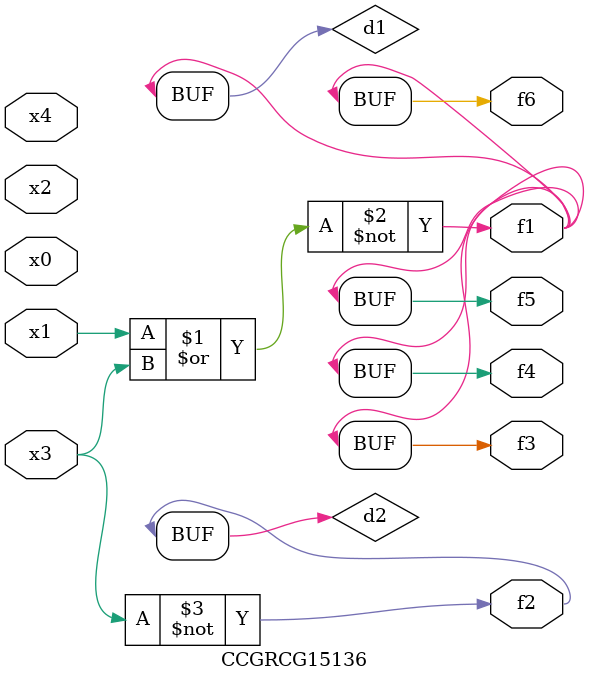
<source format=v>
module CCGRCG15136(
	input x0, x1, x2, x3, x4,
	output f1, f2, f3, f4, f5, f6
);

	wire d1, d2;

	nor (d1, x1, x3);
	not (d2, x3);
	assign f1 = d1;
	assign f2 = d2;
	assign f3 = d1;
	assign f4 = d1;
	assign f5 = d1;
	assign f6 = d1;
endmodule

</source>
